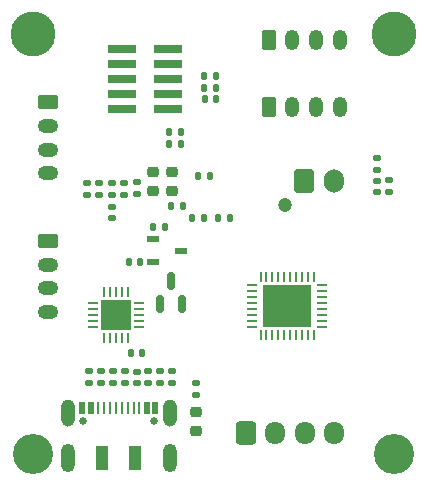
<source format=gts>
%TF.GenerationSoftware,KiCad,Pcbnew,(6.0.7-1)-1*%
%TF.CreationDate,2022-09-14T15:44:29-04:00*%
%TF.ProjectId,phocuser,70686f63-7573-4657-922e-6b696361645f,rev?*%
%TF.SameCoordinates,Original*%
%TF.FileFunction,Soldermask,Top*%
%TF.FilePolarity,Negative*%
%FSLAX46Y46*%
G04 Gerber Fmt 4.6, Leading zero omitted, Abs format (unit mm)*
G04 Created by KiCad (PCBNEW (6.0.7-1)-1) date 2022-09-14 15:44:29*
%MOMM*%
%LPD*%
G01*
G04 APERTURE LIST*
G04 Aperture macros list*
%AMRoundRect*
0 Rectangle with rounded corners*
0 $1 Rounding radius*
0 $2 $3 $4 $5 $6 $7 $8 $9 X,Y pos of 4 corners*
0 Add a 4 corners polygon primitive as box body*
4,1,4,$2,$3,$4,$5,$6,$7,$8,$9,$2,$3,0*
0 Add four circle primitives for the rounded corners*
1,1,$1+$1,$2,$3*
1,1,$1+$1,$4,$5*
1,1,$1+$1,$6,$7*
1,1,$1+$1,$8,$9*
0 Add four rect primitives between the rounded corners*
20,1,$1+$1,$2,$3,$4,$5,0*
20,1,$1+$1,$4,$5,$6,$7,0*
20,1,$1+$1,$6,$7,$8,$9,0*
20,1,$1+$1,$8,$9,$2,$3,0*%
G04 Aperture macros list end*
%ADD10RoundRect,0.140000X-0.170000X0.140000X-0.170000X-0.140000X0.170000X-0.140000X0.170000X0.140000X0*%
%ADD11RoundRect,0.135000X0.185000X-0.135000X0.185000X0.135000X-0.185000X0.135000X-0.185000X-0.135000X0*%
%ADD12RoundRect,0.135000X-0.135000X-0.185000X0.135000X-0.185000X0.135000X0.185000X-0.135000X0.185000X0*%
%ADD13RoundRect,0.218750X-0.256250X0.218750X-0.256250X-0.218750X0.256250X-0.218750X0.256250X0.218750X0*%
%ADD14RoundRect,0.250000X-0.600000X-0.725000X0.600000X-0.725000X0.600000X0.725000X-0.600000X0.725000X0*%
%ADD15O,1.700000X1.950000*%
%ADD16RoundRect,0.062500X-0.062500X0.362500X-0.062500X-0.362500X0.062500X-0.362500X0.062500X0.362500X0*%
%ADD17RoundRect,0.062500X-0.362500X0.062500X-0.362500X-0.062500X0.362500X-0.062500X0.362500X0.062500X0*%
%ADD18R,4.100000X3.600000*%
%ADD19RoundRect,0.140000X0.140000X0.170000X-0.140000X0.170000X-0.140000X-0.170000X0.140000X-0.170000X0*%
%ADD20R,2.400000X0.740000*%
%ADD21C,1.200000*%
%ADD22RoundRect,0.250000X-0.600000X-0.750000X0.600000X-0.750000X0.600000X0.750000X-0.600000X0.750000X0*%
%ADD23O,1.700000X2.000000*%
%ADD24RoundRect,0.140000X0.170000X-0.140000X0.170000X0.140000X-0.170000X0.140000X-0.170000X-0.140000X0*%
%ADD25RoundRect,0.140000X-0.140000X-0.170000X0.140000X-0.170000X0.140000X0.170000X-0.140000X0.170000X0*%
%ADD26RoundRect,0.147500X-0.172500X0.147500X-0.172500X-0.147500X0.172500X-0.147500X0.172500X0.147500X0*%
%ADD27C,0.630000*%
%ADD28C,0.600000*%
%ADD29R,0.520000X1.000000*%
%ADD30R,0.270000X1.000000*%
%ADD31R,1.000000X2.000000*%
%ADD32O,1.158000X2.316000*%
%ADD33O,1.200000X2.400000*%
%ADD34RoundRect,0.135000X0.135000X0.185000X-0.135000X0.185000X-0.135000X-0.185000X0.135000X-0.185000X0*%
%ADD35RoundRect,0.135000X-0.185000X0.135000X-0.185000X-0.135000X0.185000X-0.135000X0.185000X0.135000X0*%
%ADD36RoundRect,0.062500X-0.350000X-0.062500X0.350000X-0.062500X0.350000X0.062500X-0.350000X0.062500X0*%
%ADD37RoundRect,0.062500X-0.062500X-0.350000X0.062500X-0.350000X0.062500X0.350000X-0.062500X0.350000X0*%
%ADD38R,2.500000X2.500000*%
%ADD39RoundRect,0.250000X-0.350000X-0.625000X0.350000X-0.625000X0.350000X0.625000X-0.350000X0.625000X0*%
%ADD40O,1.200000X1.750000*%
%ADD41RoundRect,0.218750X0.256250X-0.218750X0.256250X0.218750X-0.256250X0.218750X-0.256250X-0.218750X0*%
%ADD42RoundRect,0.250000X-0.625000X0.350000X-0.625000X-0.350000X0.625000X-0.350000X0.625000X0.350000X0*%
%ADD43O,1.750000X1.200000*%
%ADD44R,1.000001X0.599999*%
%ADD45C,3.400000*%
%ADD46C,3.800000*%
%ADD47RoundRect,0.150000X0.150000X-0.587500X0.150000X0.587500X-0.150000X0.587500X-0.150000X-0.587500X0*%
G04 APERTURE END LIST*
D10*
%TO.C,C19*%
X196400000Y-79620000D03*
X196400000Y-80580000D03*
%TD*%
D11*
%TO.C,R21*%
X196400000Y-77690000D03*
X196400000Y-78710000D03*
%TD*%
%TO.C,R20*%
X197400000Y-80610000D03*
X197400000Y-79590000D03*
%TD*%
D12*
%TO.C,R16*%
X178890000Y-81800000D03*
X179910000Y-81800000D03*
%TD*%
%TO.C,R15*%
X180690000Y-82800000D03*
X181710000Y-82800000D03*
%TD*%
D13*
%TO.C,D4*%
X179000000Y-78925000D03*
X179000000Y-80500000D03*
%TD*%
%TO.C,D3*%
X177400000Y-78912500D03*
X177400000Y-80487500D03*
%TD*%
D14*
%TO.C,J1*%
X185250000Y-101000000D03*
D15*
X187750000Y-101000000D03*
X190250000Y-101000000D03*
X192750000Y-101000000D03*
%TD*%
D16*
%TO.C,U2*%
X191000000Y-87800000D03*
X190500000Y-87800000D03*
X190000000Y-87800000D03*
X189500000Y-87800000D03*
X189000000Y-87800000D03*
X188500000Y-87800000D03*
X188000000Y-87800000D03*
X187500000Y-87800000D03*
X187000000Y-87800000D03*
X186500000Y-87800000D03*
D17*
X185800000Y-88500000D03*
X185800000Y-89000000D03*
X185800000Y-89500000D03*
X185800000Y-90000000D03*
X185800000Y-90500000D03*
X185800000Y-91000000D03*
X185800000Y-91500000D03*
X185800000Y-92000000D03*
D16*
X186500000Y-92700000D03*
X187000000Y-92700000D03*
X187500000Y-92700000D03*
X188000000Y-92700000D03*
X188500000Y-92700000D03*
X189000000Y-92700000D03*
X189500000Y-92700000D03*
X190000000Y-92700000D03*
X190500000Y-92700000D03*
X191000000Y-92700000D03*
D17*
X191700000Y-92000000D03*
X191700000Y-91500000D03*
X191700000Y-91000000D03*
X191700000Y-90500000D03*
X191700000Y-90000000D03*
X191700000Y-89500000D03*
X191700000Y-89000000D03*
X191700000Y-88500000D03*
D18*
X188750000Y-90250000D03*
%TD*%
D19*
%TO.C,C10*%
X182180000Y-79200000D03*
X181220000Y-79200000D03*
%TD*%
D20*
%TO.C,J2*%
X178650000Y-73540000D03*
X174750000Y-73540000D03*
X178650000Y-72270000D03*
X174750000Y-72270000D03*
X178650000Y-71000000D03*
X174750000Y-71000000D03*
X178650000Y-69730000D03*
X174750000Y-69730000D03*
X178650000Y-68460000D03*
X174750000Y-68460000D03*
%TD*%
D21*
%TO.C,J3*%
X188600000Y-81675000D03*
D22*
X190200000Y-79675000D03*
D23*
X192700000Y-79675000D03*
%TD*%
D24*
%TO.C,C11*%
X179000000Y-96730000D03*
X179000000Y-95770000D03*
%TD*%
%TO.C,C12*%
X173000000Y-96730000D03*
X173000000Y-95770000D03*
%TD*%
D10*
%TO.C,C13*%
X176000000Y-95840000D03*
X176000000Y-96800000D03*
%TD*%
D19*
%TO.C,C14*%
X176480000Y-94250000D03*
X175520000Y-94250000D03*
%TD*%
D25*
%TO.C,C15*%
X181770000Y-72750000D03*
X182730000Y-72750000D03*
%TD*%
D26*
%TO.C,FB1*%
X178000000Y-95765000D03*
X178000000Y-96735000D03*
%TD*%
D27*
%TO.C,J4*%
X171500000Y-100000000D03*
X177500000Y-100000000D03*
D28*
X177500000Y-100000000D03*
D29*
X171400000Y-98900000D03*
X172150000Y-98900000D03*
D30*
X172750000Y-98900000D03*
X173250000Y-98900000D03*
X173750000Y-98900000D03*
X174250000Y-98900000D03*
X174750000Y-98900000D03*
X175250000Y-98900000D03*
X175750000Y-98900000D03*
X176250000Y-98900000D03*
D29*
X176850000Y-98900000D03*
X177600000Y-98900000D03*
D31*
X173100000Y-103100000D03*
X175900000Y-103100000D03*
D32*
X170180000Y-99275000D03*
X178820000Y-99275000D03*
D33*
X170180000Y-103100000D03*
X178820000Y-103100000D03*
%TD*%
D34*
%TO.C,R4*%
X179760000Y-75500000D03*
X178740000Y-75500000D03*
%TD*%
%TO.C,R5*%
X179760000Y-76500000D03*
X178740000Y-76500000D03*
%TD*%
D11*
%TO.C,R6*%
X177000000Y-96760000D03*
X177000000Y-95740000D03*
%TD*%
%TO.C,R7*%
X172000000Y-96760000D03*
X172000000Y-95740000D03*
%TD*%
D35*
%TO.C,R8*%
X175000000Y-95740000D03*
X175000000Y-96760000D03*
%TD*%
%TO.C,R9*%
X174000000Y-95740000D03*
X174000000Y-96760000D03*
%TD*%
%TO.C,R10*%
X176000000Y-79780000D03*
X176000000Y-80800000D03*
%TD*%
%TO.C,R11*%
X174950000Y-79790000D03*
X174950000Y-80810000D03*
%TD*%
D34*
%TO.C,R12*%
X183910000Y-82800000D03*
X182890000Y-82800000D03*
%TD*%
%TO.C,R13*%
X182760000Y-71750000D03*
X181740000Y-71750000D03*
%TD*%
%TO.C,TH1*%
X182760000Y-70750000D03*
X181740000Y-70750000D03*
%TD*%
D36*
%TO.C,U3*%
X172312500Y-90000000D03*
X172312500Y-90500000D03*
X172312500Y-91000000D03*
X172312500Y-91500000D03*
X172312500Y-92000000D03*
D37*
X173250000Y-92937500D03*
X173750000Y-92937500D03*
X174250000Y-92937500D03*
X174750000Y-92937500D03*
X175250000Y-92937500D03*
D36*
X176187500Y-92000000D03*
X176187500Y-91500000D03*
X176187500Y-91000000D03*
X176187500Y-90500000D03*
X176187500Y-90000000D03*
D37*
X175250000Y-89062500D03*
X174750000Y-89062500D03*
X174250000Y-89062500D03*
X173750000Y-89062500D03*
X173250000Y-89062500D03*
D38*
X174250000Y-91000000D03*
%TD*%
D39*
%TO.C,J5*%
X187200000Y-67750000D03*
D40*
X189200000Y-67750000D03*
X191200000Y-67750000D03*
X193200000Y-67750000D03*
%TD*%
D39*
%TO.C,J6*%
X187200000Y-73350000D03*
D40*
X189200000Y-73350000D03*
X191200000Y-73350000D03*
X193200000Y-73350000D03*
%TD*%
D11*
%TO.C,R17*%
X171800000Y-80810000D03*
X171800000Y-79790000D03*
%TD*%
%TO.C,R18*%
X172850000Y-80820000D03*
X172850000Y-79800000D03*
%TD*%
%TO.C,R19*%
X173900000Y-80810000D03*
X173900000Y-79790000D03*
%TD*%
D41*
%TO.C,D1*%
X181000000Y-100787500D03*
X181000000Y-99212500D03*
%TD*%
D11*
%TO.C,R14*%
X181000000Y-97760000D03*
X181000000Y-96740000D03*
%TD*%
D10*
%TO.C,C16*%
X173900000Y-81820000D03*
X173900000Y-82780000D03*
%TD*%
D42*
%TO.C,J7*%
X168510000Y-84740000D03*
D43*
X168510000Y-86740000D03*
X168510000Y-88740000D03*
X168510000Y-90740000D03*
%TD*%
D44*
%TO.C,U4*%
X177400000Y-84600000D03*
X177400000Y-86499999D03*
X179800000Y-85550001D03*
%TD*%
D19*
%TO.C,C17*%
X176280000Y-86500000D03*
X175320000Y-86500000D03*
%TD*%
D25*
%TO.C,C18*%
X177420000Y-83550001D03*
X178380000Y-83550001D03*
%TD*%
D45*
%TO.C,H3*%
X167200000Y-102800000D03*
%TD*%
D46*
%TO.C,H1*%
X167200000Y-67200000D03*
%TD*%
D47*
%TO.C,D2*%
X177950000Y-90037500D03*
X179850000Y-90037500D03*
X178900000Y-88162500D03*
%TD*%
D45*
%TO.C,H4*%
X197800000Y-102800000D03*
%TD*%
D42*
%TO.C,J8*%
X168500000Y-73000000D03*
D43*
X168500000Y-75000000D03*
X168500000Y-77000000D03*
X168500000Y-79000000D03*
%TD*%
D46*
%TO.C,H2*%
X197800000Y-67200000D03*
%TD*%
M02*

</source>
